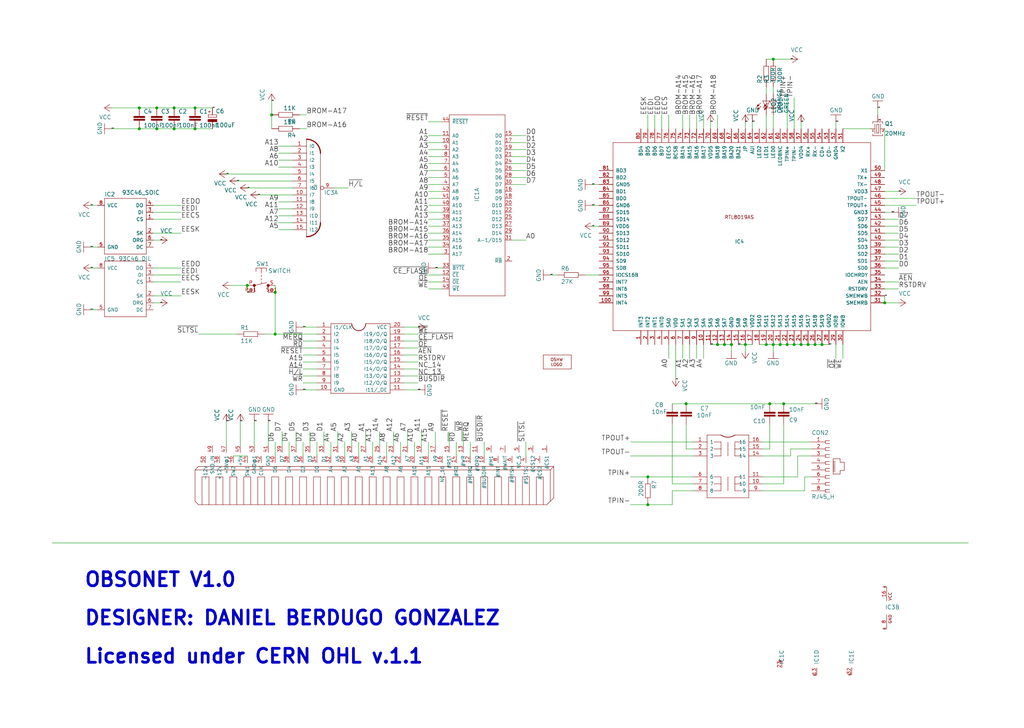
<source format=kicad_sch>
(kicad_sch (version 20230121) (generator eeschema)
  (paper "User" 373.405 265.582)
  (junction (at 90.17 104.14))
  (junction (at 261.62 125.73))
  (junction (at 297.18 125.73))
  (junction (at 236.22 173.99))
  (junction (at 322.58 110.49))
  (junction (at 281.94 21.59))
  (junction (at 280.67 147.32))
  (junction (at 284.48 125.73))
  (junction (at 50.8 39.37))
  (junction (at 279.4 125.73))
  (junction (at 57.15 39.37))
  (junction (at 285.75 147.32))
  (junction (at 264.16 125.73))
  (junction (at 266.7 125.73))
  (junction (at 50.8 46.99))
  (junction (at 100.33 106.68))
  (junction (at 289.56 125.73))
  (junction (at 63.5 39.37))
  (junction (at 250.19 147.32))
  (junction (at 71.12 46.99))
  (junction (at 99.06 41.91))
  (junction (at 57.15 46.99))
  (junction (at 281.94 125.73))
  (junction (at 100.33 121.92))
  (junction (at 299.72 125.73))
  (junction (at 71.12 39.37))
  (junction (at 294.64 125.73))
  (junction (at 271.78 125.73))
  (junction (at 236.22 184.15))
  (junction (at 292.1 125.73))
  (junction (at 63.5 46.99))
  (junction (at 287.02 125.73))
  (wire (pts (xy 148.59 162.56) (xy 148.59 157.48)))
  (wire (pts (xy 106.68 73.66) (xy 101.6 73.66)))
  (wire (pts (xy 135.89 166.37) (xy 135.89 161.29)))
  (wire (pts (xy 93.98 71.12) (xy 106.68 71.12)))
  (wire (pts (xy 245.11 184.15) (xy 236.22 184.15)))
  (wire (pts (xy 322.58 92.71) (xy 327.66 92.71)))
  (wire (pts (xy 236.22 173.99) (xy 229.87 173.99)))
  (wire (pts (xy 147.32 124.46) (xy 152.4 124.46)))
  (wire (pts (xy 123.19 162.56) (xy 123.19 157.48)))
  (wire (pts (xy 252.73 179.07) (xy 245.11 179.07)))
  (wire (pts (xy 153.67 162.56) (xy 153.67 157.48)))
  (wire (pts (xy 161.29 90.17) (xy 156.21 90.17)))
  (wire (pts (xy 259.08 125.73) (xy 261.62 125.73)))
  (wire (pts (xy 115.57 139.7) (xy 110.49 139.7)))
  (wire (pts (xy 33.02 74.93) (xy 35.56 74.93)))
  (wire (pts (xy 161.29 62.23) (xy 156.21 62.23)))
  (wire (pts (xy 322.58 102.87) (xy 327.66 102.87)))
  (wire (pts (xy 161.29 67.31) (xy 156.21 67.31)))
  (wire (pts (xy 115.57 166.37) (xy 115.57 161.29)))
  (wire (pts (xy 320.04 39.37) (xy 320.04 41.91)))
  (wire (pts (xy 186.69 49.53) (xy 191.77 49.53)))
  (wire (pts (xy 186.69 54.61) (xy 191.77 54.61)))
  (wire (pts (xy 58.42 110.49) (xy 55.88 110.49)))
  (wire (pts (xy 290.83 173.99) (xy 290.83 166.37)))
  (wire (pts (xy 261.62 125.73) (xy 264.16 125.73)))
  (wire (pts (xy 113.03 162.56) (xy 113.03 157.48)))
  (wire (pts (xy 246.38 138.43) (xy 246.38 125.73)))
  (wire (pts (xy 243.84 46.99) (xy 243.84 41.91)))
  (wire (pts (xy 280.67 147.32) (xy 250.19 147.32)))
  (wire (pts (xy 99.06 41.91) (xy 99.06 46.99)))
  (wire (pts (xy 322.58 107.95) (xy 322.58 110.49)))
  (wire (pts (xy 106.68 58.42) (xy 101.6 58.42)))
  (wire (pts (xy 218.44 100.33) (xy 213.36 100.33)))
  (wire (pts (xy 317.5 46.99) (xy 307.34 46.99)))
  (wire (pts (xy 248.92 125.73) (xy 248.92 130.81)))
  (wire (pts (xy 147.32 127) (xy 152.4 127)))
  (wire (pts (xy 245.11 176.53) (xy 252.73 176.53)))
  (wire (pts (xy 106.68 60.96) (xy 101.6 60.96)))
  (wire (pts (xy 115.57 124.46) (xy 110.49 124.46)))
  (wire (pts (xy 71.12 39.37) (xy 63.5 39.37)))
  (wire (pts (xy 161.29 82.55) (xy 156.21 82.55)))
  (wire (pts (xy 86.36 121.92) (xy 72.39 121.92)))
  (wire (pts (xy 50.8 46.99) (xy 57.15 46.99)))
  (wire (pts (xy 147.32 132.08) (xy 152.4 132.08)))
  (wire (pts (xy 245.11 154.94) (xy 245.11 176.53)))
  (wire (pts (xy 107.95 162.56) (xy 107.95 157.48)))
  (wire (pts (xy 252.73 161.29) (xy 229.87 161.29)))
  (wire (pts (xy 58.42 87.63) (xy 55.88 87.63)))
  (wire (pts (xy 284.48 125.73) (xy 281.94 125.73)))
  (wire (pts (xy 161.29 69.85) (xy 156.21 69.85)))
  (wire (pts (xy 215.9 82.55) (xy 218.44 82.55)))
  (wire (pts (xy 40.64 46.99) (xy 50.8 46.99)))
  (wire (pts (xy 250.19 154.94) (xy 250.19 163.83)))
  (wire (pts (xy 322.58 80.01) (xy 327.66 80.01)))
  (wire (pts (xy 236.22 46.99) (xy 236.22 41.91)))
  (wire (pts (xy 55.88 102.87) (xy 66.04 102.87)))
  (wire (pts (xy 55.88 107.95) (xy 66.04 107.95)))
  (wire (pts (xy 280.67 163.83) (xy 278.13 163.83)))
  (wire (pts (xy 271.78 125.73) (xy 274.32 125.73)))
  (wire (pts (xy 125.73 166.37) (xy 125.73 161.29)))
  (wire (pts (xy 304.8 44.45) (xy 304.8 46.99)))
  (wire (pts (xy 110.49 119.38) (xy 115.57 119.38)))
  (wire (pts (xy 278.13 166.37) (xy 288.29 166.37)))
  (wire (pts (xy 279.4 41.91) (xy 279.4 46.99)))
  (wire (pts (xy 279.4 125.73) (xy 276.86 125.73)))
  (wire (pts (xy 248.92 46.99) (xy 248.92 41.91)))
  (wire (pts (xy 264.16 125.73) (xy 266.7 125.73)))
  (wire (pts (xy 288.29 163.83) (xy 295.91 163.83)))
  (wire (pts (xy 290.83 166.37) (xy 295.91 166.37)))
  (wire (pts (xy 243.84 125.73) (xy 243.84 130.81)))
  (wire (pts (xy 147.32 121.92) (xy 152.4 121.92)))
  (wire (pts (xy 271.78 125.73) (xy 271.78 128.27)))
  (wire (pts (xy 280.67 154.94) (xy 280.67 163.83)))
  (wire (pts (xy 121.92 68.58) (xy 127 68.58)))
  (wire (pts (xy 63.5 39.37) (xy 57.15 39.37)))
  (wire (pts (xy 161.29 85.09) (xy 156.21 85.09)))
  (wire (pts (xy 100.33 121.92) (xy 100.33 106.68)))
  (wire (pts (xy 110.49 142.24) (xy 115.57 142.24)))
  (wire (pts (xy 92.71 153.67) (xy 92.71 162.56)))
  (wire (pts (xy 19.05 198.12) (xy 353.06 198.12)))
  (wire (pts (xy 186.69 64.77) (xy 191.77 64.77)))
  (wire (pts (xy 288.29 21.59) (xy 281.94 21.59)))
  (wire (pts (xy 281.94 125.73) (xy 279.4 125.73)))
  (wire (pts (xy 163.83 162.56) (xy 163.83 157.48)))
  (wire (pts (xy 307.34 125.73) (xy 307.34 130.81)))
  (wire (pts (xy 138.43 162.56) (xy 138.43 157.48)))
  (wire (pts (xy 293.37 179.07) (xy 293.37 173.99)))
  (wire (pts (xy 130.81 166.37) (xy 130.81 161.29)))
  (wire (pts (xy 322.58 90.17) (xy 327.66 90.17)))
  (wire (pts (xy 322.58 110.49) (xy 327.66 110.49)))
  (wire (pts (xy 146.05 166.37) (xy 146.05 161.29)))
  (wire (pts (xy 106.68 78.74) (xy 101.6 78.74)))
  (wire (pts (xy 161.29 102.87) (xy 156.21 102.87)))
  (wire (pts (xy 322.58 95.25) (xy 327.66 95.25)))
  (wire (pts (xy 128.27 162.56) (xy 128.27 157.48)))
  (wire (pts (xy 55.88 80.01) (xy 66.04 80.01)))
  (wire (pts (xy 274.32 44.45) (xy 274.32 46.99)))
  (wire (pts (xy 158.75 162.56) (xy 158.75 157.48)))
  (wire (pts (xy 86.36 66.04) (xy 106.68 66.04)))
  (wire (pts (xy 50.8 39.37) (xy 40.64 39.37)))
  (wire (pts (xy 322.58 85.09) (xy 327.66 85.09)))
  (wire (pts (xy 106.68 53.34) (xy 101.6 53.34)))
  (wire (pts (xy 55.88 97.79) (xy 66.04 97.79)))
  (wire (pts (xy 100.33 106.68) (xy 100.33 104.14)))
  (wire (pts (xy 87.63 153.67) (xy 87.63 162.56)))
  (wire (pts (xy 109.22 41.91) (xy 111.76 41.91)))
  (wire (pts (xy 171.45 166.37) (xy 171.45 161.29)))
  (wire (pts (xy 278.13 179.07) (xy 293.37 179.07)))
  (wire (pts (xy 285.75 154.94) (xy 285.75 176.53)))
  (wire (pts (xy 186.69 59.69) (xy 191.77 59.69)))
  (wire (pts (xy 256.54 125.73) (xy 256.54 130.81)))
  (wire (pts (xy 115.57 132.08) (xy 110.49 132.08)))
  (wire (pts (xy 55.88 85.09) (xy 66.04 85.09)))
  (wire (pts (xy 238.76 46.99) (xy 238.76 41.91)))
  (wire (pts (xy 304.8 125.73) (xy 304.8 130.81)))
  (wire (pts (xy 55.88 74.93) (xy 66.04 74.93)))
  (wire (pts (xy 161.29 105.41) (xy 156.21 105.41)))
  (wire (pts (xy 115.57 129.54) (xy 110.49 129.54)))
  (wire (pts (xy 322.58 74.93) (xy 334.01 74.93)))
  (wire (pts (xy 241.3 46.99) (xy 241.3 41.91)))
  (wire (pts (xy 236.22 184.15) (xy 229.87 184.15)))
  (wire (pts (xy 278.13 161.29) (xy 295.91 161.29)))
  (wire (pts (xy 55.88 100.33) (xy 66.04 100.33)))
  (wire (pts (xy 288.29 166.37) (xy 288.29 163.83)))
  (wire (pts (xy 115.57 137.16) (xy 110.49 137.16)))
  (wire (pts (xy 251.46 46.99) (xy 251.46 41.91)))
  (wire (pts (xy 90.17 68.58) (xy 106.68 68.58)))
  (wire (pts (xy 158.75 97.79) (xy 161.29 97.79)))
  (wire (pts (xy 278.13 173.99) (xy 290.83 173.99)))
  (wire (pts (xy 294.64 125.73) (xy 292.1 125.73)))
  (wire (pts (xy 33.02 113.03) (xy 35.56 113.03)))
  (wire (pts (xy 63.5 46.99) (xy 71.12 46.99)))
  (wire (pts (xy 161.29 80.01) (xy 156.21 80.01)))
  (wire (pts (xy 322.58 82.55) (xy 327.66 82.55)))
  (wire (pts (xy 254 125.73) (xy 254 130.81)))
  (wire (pts (xy 147.32 139.7) (xy 152.4 139.7)))
  (wire (pts (xy 266.7 125.73) (xy 266.7 128.27)))
  (wire (pts (xy 322.58 97.79) (xy 327.66 97.79)))
  (wire (pts (xy 97.79 153.67) (xy 97.79 162.56)))
  (wire (pts (xy 287.02 46.99) (xy 287.02 35.56)))
  (wire (pts (xy 299.72 125.73) (xy 297.18 125.73)))
  (wire (pts (xy 289.56 46.99) (xy 289.56 35.56)))
  (wire (pts (xy 186.69 57.15) (xy 191.77 57.15)))
  (wire (pts (xy 161.29 72.39) (xy 156.21 72.39)))
  (wire (pts (xy 261.62 46.99) (xy 261.62 41.91)))
  (wire (pts (xy 254 46.99) (xy 254 41.91)))
  (wire (pts (xy 191.77 166.37) (xy 191.77 161.29)))
  (wire (pts (xy 109.22 46.99) (xy 111.76 46.99)))
  (wire (pts (xy 269.24 125.73) (xy 271.78 125.73)))
  (wire (pts (xy 186.69 62.23) (xy 191.77 62.23)))
  (wire (pts (xy 156.21 166.37) (xy 156.21 161.29)))
  (wire (pts (xy 271.78 44.45) (xy 271.78 46.99)))
  (wire (pts (xy 106.68 76.2) (xy 101.6 76.2)))
  (wire (pts (xy 120.65 166.37) (xy 120.65 161.29)))
  (wire (pts (xy 105.41 166.37) (xy 105.41 161.29)))
  (wire (pts (xy 151.13 166.37) (xy 151.13 161.29)))
  (wire (pts (xy 161.29 100.33) (xy 156.21 100.33)))
  (wire (pts (xy 302.26 125.73) (xy 299.72 125.73)))
  (wire (pts (xy 200.66 100.33) (xy 203.2 100.33)))
  (wire (pts (xy 285.75 176.53) (xy 278.13 176.53)))
  (wire (pts (xy 115.57 121.92) (xy 100.33 121.92)))
  (wire (pts (xy 281.94 34.29) (xy 281.94 31.75)))
  (wire (pts (xy 176.53 166.37) (xy 176.53 161.29)))
  (wire (pts (xy 327.66 69.85) (xy 322.58 69.85)))
  (wire (pts (xy 143.51 162.56) (xy 143.51 157.48)))
  (wire (pts (xy 215.9 67.31) (xy 218.44 67.31)))
  (wire (pts (xy 186.69 52.07) (xy 191.77 52.07)))
  (wire (pts (xy 100.33 121.92) (xy 96.52 121.92)))
  (wire (pts (xy 106.68 83.82) (xy 101.6 83.82)))
  (wire (pts (xy 147.32 129.54) (xy 152.4 129.54)))
  (wire (pts (xy 168.91 162.56) (xy 168.91 157.48)))
  (wire (pts (xy 161.29 92.71) (xy 156.21 92.71)))
  (wire (pts (xy 133.35 162.56) (xy 133.35 157.48)))
  (wire (pts (xy 292.1 44.45) (xy 292.1 46.99)))
  (wire (pts (xy 147.32 134.62) (xy 152.4 134.62)))
  (wire (pts (xy 90.17 106.68) (xy 90.17 104.14)))
  (wire (pts (xy 152.4 142.24) (xy 147.32 142.24)))
  (wire (pts (xy 285.75 147.32) (xy 280.67 147.32)))
  (wire (pts (xy 256.54 46.99) (xy 256.54 41.91)))
  (wire (pts (xy 161.29 87.63) (xy 156.21 87.63)))
  (wire (pts (xy 161.29 52.07) (xy 156.21 52.07)))
  (wire (pts (xy 161.29 57.15) (xy 156.21 57.15)))
  (wire (pts (xy 251.46 125.73) (xy 251.46 130.81)))
  (wire (pts (xy 100.33 166.37) (xy 100.33 161.29)))
  (wire (pts (xy 147.32 137.16) (xy 152.4 137.16)))
  (wire (pts (xy 33.02 97.79) (xy 35.56 97.79)))
  (wire (pts (xy 99.06 36.83) (xy 99.06 41.91)))
  (wire (pts (xy 325.12 77.47) (xy 322.58 77.47)))
  (wire (pts (xy 252.73 166.37) (xy 229.87 166.37)))
  (wire (pts (xy 102.87 162.56) (xy 102.87 157.48)))
  (wire (pts (xy 161.29 77.47) (xy 156.21 77.47)))
  (wire (pts (xy 297.18 147.32) (xy 285.75 147.32)))
  (wire (pts (xy 152.4 119.38) (xy 147.32 119.38)))
  (wire (pts (xy 57.15 46.99) (xy 63.5 46.99)))
  (wire (pts (xy 250.19 147.32) (xy 245.11 147.32)))
  (wire (pts (xy 161.29 74.93) (xy 156.21 74.93)))
  (wire (pts (xy 57.15 39.37) (xy 50.8 39.37)))
  (wire (pts (xy 161.29 64.77) (xy 156.21 64.77)))
  (wire (pts (xy 33.02 90.17) (xy 35.56 90.17)))
  (wire (pts (xy 85.09 166.37) (xy 90.17 166.37)))
  (wire (pts (xy 90.17 104.14) (xy 83.82 104.14)))
  (wire (pts (xy 297.18 125.73) (xy 294.64 125.73)))
  (wire (pts (xy 215.9 74.93) (xy 218.44 74.93)))
  (wire (pts (xy 186.69 87.63) (xy 191.77 87.63)))
  (wire (pts (xy 110.49 166.37) (xy 110.49 161.29)))
  (wire (pts (xy 252.73 173.99) (xy 236.22 173.99)))
  (wire (pts (xy 281.94 41.91) (xy 281.94 46.99)))
  (wire (pts (xy 140.97 166.37) (xy 140.97 161.29)))
  (wire (pts (xy 106.68 81.28) (xy 101.6 81.28)))
  (wire (pts (xy 115.57 127) (xy 110.49 127)))
  (wire (pts (xy 245.11 179.07) (xy 245.11 184.15)))
  (wire (pts (xy 287.02 125.73) (xy 284.48 125.73)))
  (wire (pts (xy 322.58 46.99) (xy 322.58 62.23)))
  (wire (pts (xy 166.37 166.37) (xy 166.37 161.29)))
  (wire (pts (xy 289.56 125.73) (xy 287.02 125.73)))
  (wire (pts (xy 161.29 44.45) (xy 156.21 44.45)))
  (wire (pts (xy 293.37 173.99) (xy 295.91 173.99)))
  (wire (pts (xy 161.29 49.53) (xy 156.21 49.53)))
  (wire (pts (xy 322.58 105.41) (xy 327.66 105.41)))
  (wire (pts (xy 55.88 77.47) (xy 66.04 77.47)))
  (wire (pts (xy 161.29 54.61) (xy 156.21 54.61)))
  (wire (pts (xy 186.69 67.31) (xy 191.77 67.31)))
  (wire (pts (xy 82.55 63.5) (xy 106.68 63.5)))
  (wire (pts (xy 281.94 21.59) (xy 279.4 21.59)))
  (wire (pts (xy 259.08 44.45) (xy 259.08 46.99)))
  (wire (pts (xy 161.29 59.69) (xy 156.21 59.69)))
  (wire (pts (xy 292.1 125.73) (xy 289.56 125.73)))
  (wire (pts (xy 71.12 46.99) (xy 77.47 46.99)))
  (wire (pts (xy 322.58 72.39) (xy 334.01 72.39)))
  (wire (pts (xy 322.58 87.63) (xy 327.66 87.63)))
  (wire (pts (xy 281.94 125.73) (xy 281.94 128.27)))
  (wire (pts (xy 106.68 55.88) (xy 101.6 55.88)))
  (wire (pts (xy 77.47 39.37) (xy 71.12 39.37)))
  (wire (pts (xy 250.19 163.83) (xy 252.73 163.83)))
  (wire (pts (xy 118.11 162.56) (xy 118.11 157.48)))
  (wire (pts (xy 82.55 153.67) (xy 82.55 162.56)))
  (wire (pts (xy 115.57 134.62) (xy 110.49 134.62)))
  (wire (pts (xy 279.4 34.29) (xy 279.4 31.75)))
  (text "DESIGNER: DANIEL BERDUGO GONZALEZ" (at 30.48 228.6 0) (effects (font (size 5.08 5.08) (thickness 1.016) bold) (justify left bottom)))
  (text "OBSONET V1.0" (at 30.48 214.63 0) (effects (font (size 5.08 5.08) (thickness 1.016) bold) (justify left bottom)))
  (text "Licensed under CERN OHL v.1.1" (at 30.48 242.57 0) (effects (font (size 5.08 5.08) (thickness 1.016) bold) (justify left bottom)))
  (label "A0" (at 191.77 87.63 0) (effects (font (size 1.778 1.778))))
  (label "D0" (at 191.77 49.53 0) (effects (font (size 1.778 1.778))))
  (label "BROM-A17" (at 156.21 90.17 180) (effects (font (size 1.778 1.778))))
  (label "D5" (at 327.66 85.09 0) (effects (font (size 1.778 1.778))))
  (label "A1" (at 156.21 49.53 180) (effects (font (size 1.778 1.778))))
  (label "A11" (at 101.6 76.2 180) (effects (font (size 1.778 1.778))))
  (label "A2" (at 156.21 52.07 180) (effects (font (size 1.778 1.778))))
  (label "GND" (at 215.9 74.93 0) (effects (font (size 0.254 0.254))))
  (label "EEDO" (at 241.3 41.91 90) (effects (font (size 1.778 1.778))))
  (label "A0" (at 243.84 130.81 270) (effects (font (size 1.778 1.778))))
  (label "BROM-A14" (at 156.21 82.55 180) (effects (font (size 1.778 1.778))))
  (label "VCC" (at 82.55 63.5 0) (effects (font (size 0.254 0.254))))
  (label "A2" (at 125.73 161.29 90) (effects (font (size 1.778 1.778))))
  (label "EEDI" (at 66.04 100.33 0) (effects (font (size 1.778 1.778))))
  (label "A10" (at 151.13 161.29 90) (effects (font (size 1.778 1.778))))
  (label "D4" (at 105.41 161.29 90) (effects (font (size 1.778 1.778))))
  (label "GND" (at 158.75 97.79 0) (effects (font (size 0.254 0.254))))
  (label "D6" (at 191.77 64.77 0) (effects (font (size 1.778 1.778))))
  (label "TPIN+" (at 229.87 173.99 180) (effects (font (size 1.778 1.778))))
  (label "A13" (at 156.21 80.01 180) (effects (font (size 1.778 1.778))))
  (label "TPOUT-" (at 334.01 72.39 0) (effects (font (size 1.778 1.778))))
  (label "D2" (at 327.66 92.71 0) (effects (font (size 1.778 1.778))))
  (label "EEDI" (at 66.04 77.47 0) (effects (font (size 1.778 1.778))))
  (label "D0" (at 115.57 161.29 90) (effects (font (size 1.778 1.778))))
  (label "A1" (at 248.92 130.81 270) (effects (font (size 1.778 1.778))))
  (label "VCC" (at 33.02 97.79 0) (effects (font (size 0.254 0.254))))
  (label "A7" (at 101.6 78.74 180) (effects (font (size 1.778 1.778))))
  (label "A8" (at 101.6 55.88 180) (effects (font (size 1.778 1.778))))
  (label "VCC" (at 215.9 82.55 0) (effects (font (size 0.254 0.254))))
  (label "D7" (at 102.87 157.48 90) (effects (font (size 1.778 1.778))))
  (label "BROM-A18" (at 156.21 92.71 180) (effects (font (size 1.778 1.778))))
  (label "D5" (at 107.95 157.48 90) (effects (font (size 1.778 1.778))))
  (label "D7" (at 191.77 67.31 0) (effects (font (size 1.778 1.778))))
  (label "D3" (at 191.77 57.15 0) (effects (font (size 1.778 1.778))))
  (label "TPOUT+" (at 334.01 74.93 0) (effects (font (size 1.778 1.778))))
  (label "GND" (at 152.4 142.24 0) (effects (font (size 0.254 0.254))))
  (label "D5" (at 191.77 62.23 0) (effects (font (size 1.778 1.778))))
  (label "VCC" (at 152.4 119.38 0) (effects (font (size 0.254 0.254))))
  (label "D1" (at 191.77 52.07 0) (effects (font (size 1.778 1.778))))
  (label "VCC" (at 271.78 44.45 0) (effects (font (size 0.254 0.254))))
  (label "~{H/L}" (at 110.49 137.16 180) (effects (font (size 1.778 1.778))))
  (label "~{CE_FLASH}" (at 152.4 124.46 0) (effects (font (size 1.778 1.778))))
  (label "A3" (at 128.27 157.48 90) (effects (font (size 1.778 1.778))))
  (label "VCC" (at 90.17 68.58 0) (effects (font (size 0.254 0.254))))
  (label "~{CE_FLASH}" (at 156.21 100.33 180) (effects (font (size 1.778 1.778))))
  (label "D1" (at 327.66 95.25 0) (effects (font (size 1.778 1.778))))
  (label "~{RD}" (at 166.37 161.29 90) (effects (font (size 1.778 1.778))))
  (label "VCC" (at 58.42 110.49 0) (effects (font (size 0.254 0.254))))
  (label "~{OE}" (at 156.21 102.87 180) (effects (font (size 1.778 1.778))))
  (label "BROM-A16" (at 156.21 87.63 180) (effects (font (size 1.778 1.778))))
  (label "TPIN+" (at 287.02 35.56 90) (effects (font (size 1.778 1.778))))
  (label "A11" (at 156.21 74.93 180) (effects (font (size 1.778 1.778))))
  (label "~{OE}" (at 304.8 130.81 270) (effects (font (size 1.778 1.778))))
  (label "A6" (at 146.05 161.29 90) (effects (font (size 1.778 1.778))))
  (label "~{MERQ}" (at 110.49 124.46 180) (effects (font (size 1.778 1.778))))
  (label "D4" (at 191.77 59.69 0) (effects (font (size 1.778 1.778))))
  (label "BROM-A17" (at 111.76 41.91 0) (effects (font (size 1.778 1.778))))
  (label "VCC" (at 90.17 106.68 0) (effects (font (size 0.254 0.254))))
  (label "VCC" (at 82.55 153.67 0) (effects (font (size 0.254 0.254))))
  (label "~{WE}" (at 307.34 130.81 270) (effects (font (size 1.778 1.778))))
  (label "~{OE}" (at 152.4 127 0) (effects (font (size 1.778 1.778))))
  (label "A3" (at 156.21 54.61 180) (effects (font (size 1.778 1.778))))
  (label "D6" (at 327.66 82.55 0) (effects (font (size 1.778 1.778))))
  (label "TPOUT+" (at 229.87 161.29 180) (effects (font (size 1.778 1.778))))
  (label "A15" (at 156.21 161.29 90) (effects (font (size 1.778 1.778))))
  (label "EESK" (at 66.04 85.09 0) (effects (font (size 1.778 1.778))))
  (label "A8" (at 156.21 67.31 180) (effects (font (size 1.778 1.778))))
  (label "GND" (at 110.49 119.38 0) (effects (font (size 0.254 0.254))))
  (label "D6" (at 100.33 161.29 90) (effects (font (size 1.778 1.778))))
  (label "A8" (at 140.97 161.29 90) (effects (font (size 1.778 1.778))))
  (label "EEDO" (at 66.04 97.79 0) (effects (font (size 1.778 1.778))))
  (label "BROM-A15" (at 251.46 41.91 90) (effects (font (size 1.778 1.778))))
  (label "A14" (at 110.49 134.62 180) (effects (font (size 1.778 1.778))))
  (label "A12" (at 156.21 77.47 180) (effects (font (size 1.778 1.778))))
  (label "A13" (at 135.89 161.29 90) (effects (font (size 1.778 1.778))))
  (label "D7" (at 327.66 80.01 0) (effects (font (size 1.778 1.778))))
  (label "GND" (at 97.79 153.67 0) (effects (font (size 0.254 0.254))))
  (label "A4" (at 156.21 57.15 180) (effects (font (size 1.778 1.778))))
  (label "A10" (at 101.6 60.96 180) (effects (font (size 1.778 1.778))))
  (label "VCC" (at 77.47 39.37 0) (effects (font (size 0.254 0.254))))
  (label "BROM-A16" (at 254 41.91 90) (effects (font (size 1.778 1.778))))
  (label "D2" (at 110.49 161.29 90) (effects (font (size 1.778 1.778))))
  (label "D2" (at 191.77 54.61 0) (effects (font (size 1.778 1.778))))
  (label "VCC" (at 269.24 125.73 0) (effects (font (size 0.254 0.254))))
  (label "GND" (at 325.12 77.47 0) (effects (font (size 0.254 0.254))))
  (label "~{RESET}" (at 163.83 157.48 90) (effects (font (size 1.778 1.778))))
  (label "VCC" (at 93.98 71.12 0) (effects (font (size 0.254 0.254))))
  (label "GND" (at 297.18 147.32 0) (effects (font (size 0.254 0.254))))
  (label "D3" (at 113.03 157.48 90) (effects (font (size 1.778 1.778))))
  (label "EEDI" (at 238.76 41.91 90) (effects (font (size 1.778 1.778))))
  (label "RSTDRV" (at 152.4 132.08 0) (effects (font (size 1.778 1.778))))
  (label "VCC" (at 288.29 21.59 0) (effects (font (size 0.254 0.254))))
  (label "A1" (at 133.35 157.48 90) (effects (font (size 1.778 1.778))))
  (label "D3" (at 327.66 90.17 0) (effects (font (size 1.778 1.778))))
  (label "GND" (at 40.64 46.99 0) (effects (font (size 0.254 0.254))))
  (label "~{WR}" (at 110.49 139.7 180) (effects (font (size 1.778 1.778))))
  (label "~{SLTSL}" (at 72.39 121.92 180) (effects (font (size 1.778 1.778))))
  (label "VCC" (at 86.36 66.04 0) (effects (font (size 0.254 0.254))))
  (label "A3" (at 254 130.81 270) (effects (font (size 1.778 1.778))))
  (label "~{BUSDIR}" (at 152.4 139.7 0) (effects (font (size 1.778 1.778))))
  (label "A6" (at 101.6 58.42 180) (effects (font (size 1.778 1.778))))
  (label "NC_13" (at 152.4 137.16 0) (effects (font (size 1.778 1.778))))
  (label "BROM-A18" (at 261.62 41.91 90) (effects (font (size 1.778 1.778))))
  (label "TPIN-" (at 229.87 184.15 180) (effects (font (size 1.778 1.778))))
  (label "VCC" (at 259.08 44.45 0) (effects (font (size 0.254 0.254))))
  (label "A11" (at 153.67 157.48 90) (effects (font (size 1.778 1.778))))
  (label "GND" (at 200.66 100.33 0) (effects (font (size 0.254 0.254))))
  (label "A4" (at 256.54 130.81 270) (effects (font (size 1.778 1.778))))
  (label "~{AEN}" (at 152.4 129.54 0) (effects (font (size 1.778 1.778))))
  (label "A6" (at 156.21 62.23 180) (effects (font (size 1.778 1.778))))
  (label "EESK" (at 236.22 41.91 90) (effects (font (size 1.778 1.778))))
  (label "~{WR}" (at 168.91 157.48 90) (effects (font (size 1.778 1.778))))
  (label "GND" (at 259.08 125.73 0) (effects (font (size 0.254 0.254))))
  (label "TPOUT-" (at 229.87 166.37 180) (effects (font (size 1.778 1.778))))
  (label "A15" (at 110.49 132.08 180) (effects (font (size 1.778 1.778))))
  (label "~{RD}" (at 110.49 127 180) (effects (font (size 1.778 1.778))))
  (label "TPIN-" (at 289.56 35.56 90) (effects (font (size 1.778 1.778))))
  (label "VCC" (at 33.02 74.93 0) (effects (font (size 0.254 0.254))))
  (label "BROM-A15" (at 156.21 85.09 180) (effects (font (size 1.778 1.778))))
  (label "A2" (at 251.46 130.81 270) (effects (font (size 1.778 1.778))))
  (label "A12" (at 143.51 157.48 90) (effects (font (size 1.778 1.778))))
  (label "EECS" (at 243.84 41.91 90) (effects (font (size 1.778 1.778))))
  (label "A14" (at 138.43 157.48 90) (effects (font (size 1.778 1.778))))
  (label "~{BUSDIR}" (at 176.53 161.29 90) (effects (font (size 1.778 1.778))))
  (label "EEDO" (at 66.04 74.93 0) (effects (font (size 1.778 1.778))))
  (label "EECS" (at 66.04 80.01 0) (effects (font (size 1.778 1.778))))
  (label "A4" (at 120.65 161.29 90) (effects (font (size 1.778 1.778))))
  (label "~{RESET}" (at 156.21 44.45 180) (effects (font (size 1.778 1.778))))
  (label "GND" (at 33.02 113.03 0) (effects (font (size 0.254 0.254))))
  (label "~{SLTSL}" (at 191.77 161.29 90) (effects (font (size 1.778 1.778))))
  (label "VCC" (at 292.1 44.45 0) (effects (font (size 0.254 0.254))))
  (label "~{WE}" (at 152.4 121.92 0) (effects (font (size 1.778 1.778))))
  (label "EECS" (at 66.04 102.87 0) (effects (font (size 1.778 1.778))))
  (label "VCC" (at 246.38 138.43 0) (effects (font (size 0.254 0.254))))
  (label "A9" (at 156.21 69.85 180) (effects (font (size 1.778 1.778))))
  (label "RSTDRV" (at 327.66 105.41 0) (effects (font (size 1.778 1.778))))
  (label "GND" (at 304.8 44.45 0) (effects (font (size 0.254 0.254))))
  (label "A10" (at 156.21 72.39 180) (effects (font (size 1.778 1.778))))
  (label "VCC" (at 322.58 107.95 0) (effects (font (size 0.254 0.254))))
  (label "GND" (at 110.49 142.24 0) (effects (font (size 0.254 0.254))))
  (label "A5" (at 123.19 157.48 90) (effects (font (size 1.778 1.778))))
  (label "~{H/L}" (at 127 68.58 0) (effects (font (size 1.778 1.778))))
  (label "A7" (at 156.21 64.77 180) (effects (font (size 1.778 1.778))))
  (label "D0" (at 327.66 97.79 0) (effects (font (size 1.778 1.778))))
  (label "VCC" (at 58.42 87.63 0) (effects (font (size 0.254 0.254))))
  (label "GND" (at 33.02 90.17 0) (effects (font (size 0.254 0.254))))
  (label "GND" (at 302.26 125.73 0) (effects (font (size 0.254 0.254))))
  (label "~{AEN}" (at 327.66 102.87 0) (effects (font (size 1.778 1.778))))
  (label "A7" (at 148.59 157.48 90) (effects (font (size 1.778 1.778))))
  (label "EESK" (at 66.04 107.95 0) (effects (font (size 1.778 1.778))))
  (label "A13" (at 101.6 53.34 180) (effects (font (size 1.778 1.778))))
  (label "~{MERQ}" (at 171.45 161.29 90) (effects (font (size 1.778 1.778))))
  (label "~{RESET}" (at 110.49 129.54 180) (effects (font (size 1.778 1.778))))
  (label "BROM-A17" (at 256.54 41.91 90) (effects (font (size 1.778 1.778))))
  (label "D1" (at 118.11 157.48 90) (effects (font (size 1.778 1.778))))
  (label "A5" (at 156.21 59.69 180) (effects (font (size 1.778 1.778))))
  (label "BROM-A16" (at 111.76 46.99 0) (effects (font (size 1.778 1.778))))
  (label "VCC" (at 99.06 36.83 0) (effects (font (size 0.254 0.254))))
  (label "GND" (at 92.71 153.67 0) (effects (font (size 0.254 0.254))))
  (label "A5" (at 101.6 83.82 180) (effects (font (size 1.778 1.778))))
  (label "GND" (at 320.04 39.37 0) (effects (font (size 0.254 0.254))))
  (label "A9" (at 158.75 157.48 90) (effects (font (size 1.778 1.778))))
  (label "A12" (at 101.6 81.28 180) (effects (font (size 1.778 1.778))))
  (label "A0" (at 130.81 161.29 90) (effects (font (size 1.778 1.778))))
  (label "VCC" (at 327.66 69.85 0) (effects (font (size 0.254 0.254))))
  (label "A9" (at 101.6 73.66 180) (effects (font (size 1.778 1.778))))
  (label "BROM-A14" (at 248.92 41.91 90) (effects (font (size 1.778 1.778))))
  (label "VCC" (at 87.63 153.67 0) (effects (font (size 0.254 0.254))))
  (label "GND" (at 274.32 44.45 0) (effects (font (size 0.254 0.254))))
  (label "~{WE}" (at 156.21 105.41 180) (effects (font (size 1.778 1.778))))
  (label "NC_14" (at 152.4 134.62 0) (effects (font (size 1.778 1.778))))
  (label "D4" (at 327.66 87.63 0) (effects (font (size 1.778 1.778))))
  (label "GND" (at 215.9 67.31 0) (effects (font (size 0.254 0.254))))
  (global_label "VCC" (shape bidirectional) (at 285.115 241.173 180) (effects (font (size 0.254 0.254))) (property "Intersheetrefs" "${INTERSHEET_REFS}" (effects hide)))
  (global_label "GND" (shape bidirectional) (at 323.2912 229.3874 180) (effects (font (size 0.254 0.254))) (property "Intersheetrefs" "${INTERSHEET_REFS}" (effects hide)))
  (global_label "GND" (shape bidirectional) (at 310.5658 246.126 180) (effects (font (size 0.254 0.254))) (property "Intersheetrefs" "${INTERSHEET_REFS}" (effects hide)))
  (global_label "VCC" (shape bidirectional) (at 323.2912 214.1474 180) (effects (font (size 0.254 0.254))) (property "Intersheetrefs" "${INTERSHEET_REFS}" (effects hide)))
  (global_label "GND" (shape bidirectional) (at 297.8404 246.253 180) (effects (font (size 0.254 0.254))) (property "Intersheetrefs" "${INTERSHEET_REFS}" (effects hide)))
  (symbol (lib_id "obsonet_1-eagle-import:VCC") (at 87.63 68.58 90) (unit 1)
    (property "Reference" "#P+03" (effects hide))
    (property "Value" "VCC" (at 90.17 71.12 90) (effects (font (size 1.4986 1.4986)) (justify left bottom)))
  )
  (symbol (lib_id "obsonet_1-eagle-import:M29F400M") (at 173.99 74.93 0) (unit 1)
    (property "Reference" "IC1" (at 174.752 73.66 90) (effects (font (size 1.4986 1.4986)) (justify left bottom)))
    (property "Value" "M29F400M" (effects hide))
    (property "Footprint" "obsonet_1:SO44" (effects hide))
  )
  (symbol (lib_id "obsonet_1-eagle-import:20F001N") (at 265.43 170.18 0) (unit 1)
    (property "Reference" "TF1" (effects hide))
    (property "Value" "20F001N" (effects hide))
    (property "Footprint" "obsonet_1:DIL16_12" (effects hide))
  )
  (symbol (lib_id "obsonet_1-eagle-import:GND") (at 30.48 90.17 270) (unit 1)
    (property "Reference" "#GND017" (effects hide))
    (property "Value" "GND" (at 27.94 87.63 0) (effects (font (size 1.4986 1.4986)) (justify left bottom)))
  )
  (symbol (lib_id "obsonet_1-eagle-import:VCC") (at 30.48 74.93 90) (unit 1)
    (property "Reference" "#P+020" (effects hide))
    (property "Value" "VCC" (at 33.02 77.47 90) (effects (font (size 1.4986 1.4986)) (justify left bottom)))
  )
  (symbol (lib_id "obsonet_1-eagle-import:GND") (at 327.66 77.47 90) (mirror x) (unit 1)
    (property "Reference" "#GND014" (effects hide))
    (property "Value" "GND" (at 330.2 74.93 0) (effects (font (size 1.4986 1.4986)) (justify left bottom)))
  )
  (symbol (lib_id "obsonet_1-eagle-import:GND") (at 107.95 142.24 270) (unit 1)
    (property "Reference" "#GND02" (effects hide))
    (property "Value" "GND" (at 105.41 139.7 0) (effects (font (size 1.4986 1.4986)) (justify left bottom)))
  )
  (symbol (lib_id "obsonet_1-eagle-import:C-EUC1206K") (at 57.15 41.91 0) (unit 1)
    (property "Reference" "C3" (at 58.674 41.529 0) (effects (font (size 1.4986 1.4986)) (justify left bottom)))
    (property "Value" "100nF" (at 58.674 46.609 0) (effects (font (size 1.4986 1.4986)) (justify left bottom)))
    (property "Footprint" "obsonet_1:C1206K" (effects hide))
  )
  (symbol (lib_id "obsonet_1-eagle-import:GND") (at 304.8 41.91 180) (unit 1)
    (property "Reference" "#GND011" (effects hide))
    (property "Value" "GND" (at 307.34 39.37 0) (effects (font (size 1.4986 1.4986)) (justify left bottom)))
  )
  (symbol (lib_id "obsonet_1-eagle-import:VCC") (at 290.83 21.59 270) (unit 1)
    (property "Reference" "#P+018" (effects hide))
    (property "Value" "VCC" (at 288.29 19.05 90) (effects (font (size 1.4986 1.4986)) (justify left bottom)))
  )
  (symbol (lib_id "obsonet_1-eagle-import:GND") (at 299.72 147.32 90) (unit 1)
    (property "Reference" "#GND015" (effects hide))
    (property "Value" "GND" (at 302.26 149.86 0) (effects (font (size 1.4986 1.4986)) (justify left bottom)))
  )
  (symbol (lib_id "obsonet_1-eagle-import:VCC") (at 83.82 66.04 90) (unit 1)
    (property "Reference" "#P+02" (effects hide))
    (property "Value" "VCC" (at 86.36 68.58 90) (effects (font (size 1.4986 1.4986)) (justify left bottom)))
  )
  (symbol (lib_id "obsonet_1-eagle-import:VCC") (at 154.94 119.38 270) (unit 1)
    (property "Reference" "#P+05" (effects hide))
    (property "Value" "VCC" (at 152.4 116.84 90) (effects (font (size 1.4986 1.4986)) (justify left bottom)))
  )
  (symbol (lib_id "obsonet_1-eagle-import:R-EU_R1206") (at 208.28 100.33 0) (unit 1)
    (property "Reference" "R6" (at 204.47 98.8314 0) (effects (font (size 1.4986 1.4986)) (justify left bottom)))
    (property "Value" "27K" (at 204.47 103.632 0) (effects (font (size 1.4986 1.4986)) (justify left bottom)))
    (property "Footprint" "obsonet_1:R1206" (effects hide))
  )
  (symbol (lib_id "obsonet_1-eagle-import:C-EUC1206K") (at 50.8 41.91 0) (unit 1)
    (property "Reference" "C4" (at 52.324 41.529 0) (effects (font (size 1.4986 1.4986)) (justify left bottom)))
    (property "Value" "100nF" (at 52.324 46.609 0) (effects (font (size 1.4986 1.4986)) (justify left bottom)))
    (property "Footprint" "obsonet_1:C1206K" (effects hide))
  )
  (symbol (lib_id "obsonet_1-eagle-import:LED3MM") (at 281.94 36.83 0) (unit 1)
    (property "Reference" "LED1" (at 285.496 41.402 90) (effects (font (size 1.4986 1.4986)) (justify left bottom)))
    (property "Value" "GREEN" (at 287.655 41.402 90) (effects (font (size 1.4986 1.4986)) (justify left bottom)))
    (property "Footprint" "obsonet_1:LED3MM" (effects hide))
  )
  (symbol (lib_id "obsonet_1-eagle-import:C-EUC1206K") (at 71.12 41.91 0) (unit 1)
    (property "Reference" "C1" (at 72.644 41.529 0) (effects (font (size 1.4986 1.4986)) (justify left bottom)))
    (property "Value" "100nF" (at 72.644 46.609 0) (effects (font (size 1.4986 1.4986)) (justify left bottom)))
    (property "Footprint" "obsonet_1:C1206K" (effects hide))
  )
  (symbol (lib_id "obsonet_1-eagle-import:VCC") (at 330.2 110.49 270) (unit 1)
    (property "Reference" "#P+023" (effects hide))
    (property "Value" "VCC" (at 327.66 107.95 90) (effects (font (size 1.4986 1.4986)) (justify left bottom)))
  )
  (symbol (lib_id "obsonet_1-eagle-import:RTL8019AS") (at 269.24 87.63 0) (unit 1)
    (property "Reference" "IC4" (at 267.97 88.9 0) (effects (font (size 1.2954 1.2954)) (justify left bottom)))
    (property "Value" "RTL8019AS" (effects hide))
    (property "Footprint" "obsonet_1:RTL8019AS" (effects hide))
  )
  (symbol (lib_id "obsonet_1-eagle-import:VCC") (at 81.28 104.14 90) (unit 1)
    (property "Reference" "#P+016" (effects hide))
    (property "Value" "VCC" (at 83.82 106.68 90) (effects (font (size 1.4986 1.4986)) (justify left bottom)))
  )
  (symbol (lib_id "obsonet_1-eagle-import:GND") (at 198.12 100.33 270) (mirror x) (unit 1)
    (property "Reference" "#GND019" (effects hide))
    (property "Value" "GND" (at 195.58 102.87 0) (effects (font (size 1.4986 1.4986)) (justify left bottom)))
  )
  (symbol (lib_id "obsonet_1-eagle-import:HC49GW") (at 320.04 46.99 0) (unit 1)
    (property "Reference" "Q1" (at 322.58 45.974 0) (effects (font (size 1.4986 1.4986)) (justify left bottom)))
    (property "Value" "20MHz" (at 322.58 49.53 0) (effects (font (size 1.4986 1.4986)) (justify left bottom)))
    (property "Footprint" "obsonet_1:HC49GW" (effects hide))
  )
  (symbol (lib_id "obsonet_1-eagle-import:R-EU_R1206") (at 104.14 41.91 180) (unit 1)
    (property "Reference" "R5" (at 107.95 43.4086 0) (effects (font (size 1.4986 1.4986)) (justify left bottom)))
    (property "Value" "11K" (at 107.95 38.608 0) (effects (font (size 1.4986 1.4986)) (justify left bottom)))
    (property "Footprint" "obsonet_1:R1206" (effects hide))
  )
  (symbol (lib_id "obsonet_1-eagle-import:VCC") (at 271.78 130.81 180) (unit 1)
    (property "Reference" "#P+09" (effects hide))
    (property "Value" "VCC" (at 274.32 128.27 90) (effects (font (size 1.4986 1.4986)) (justify left bottom)))
  )
  (symbol (lib_id "obsonet_1-eagle-import:R-EU_R1206") (at 236.22 179.07 270) (unit 1)
    (property "Reference" "R7" (at 237.7186 175.26 0) (effects (font (size 1.4986 1.4986)) (justify left bottom)))
    (property "Value" "200R" (at 232.918 175.26 0) (effects (font (size 1.4986 1.4986)) (justify left bottom)))
    (property "Footprint" "obsonet_1:R1206" (effects hide))
  )
  (symbol (lib_id "obsonet_1-eagle-import:AT93CX6SOIC08") (at 45.72 82.55 0) (unit 1)
    (property "Reference" "IC2" (at 38.1 71.755 0) (effects (font (size 1.4986 1.4986)) (justify left bottom)))
    (property "Value" "93C46_SOIC" (at 44.45 71.12 0) (effects (font (size 1.4986 1.4986)) (justify left bottom)))
    (property "Footprint" "obsonet_1:SOIC8" (effects hide))
  )
  (symbol (lib_id "obsonet_1-eagle-import:C-EUC1206K") (at 63.5 41.91 0) (unit 1)
    (property "Reference" "C2" (at 65.024 41.529 0) (effects (font (size 1.4986 1.4986)) (justify left bottom)))
    (property "Value" "100nF" (at 65.024 46.609 0) (effects (font (size 1.4986 1.4986)) (justify left bottom)))
    (property "Footprint" "obsonet_1:C1206K" (effects hide))
  )
  (symbol (lib_id "obsonet_1-eagle-import:GND") (at 107.95 119.38 270) (unit 1)
    (property "Reference" "#GND03" (effects hide))
    (property "Value" "GND" (at 105.41 116.84 0) (effects (font (size 1.4986 1.4986)) (justify left bottom)))
  )
  (symbol (lib_id "obsonet_1-eagle-import:R-EU_R1206") (at 279.4 26.67 90) (unit 1)
    (property "Reference" "R2" (at 277.9014 30.48 0) (effects (font (size 1.4986 1.4986)) (justify left bottom)))
    (property "Value" "300R" (at 282.702 30.48 0) (effects (font (size 1.4986 1.4986)) (justify left bottom)))
    (property "Footprint" "obsonet_1:R1206" (effects hide))
  )
  (symbol (lib_id "obsonet_1-eagle-import:C-EU050-030X075") (at 280.67 152.4 180) (unit 1)
    (property "Reference" "C10" (at 279.146 152.781 0) (effects (font (size 1.4986 1.4986)) (justify left bottom)))
    (property "Value" "10nF" (at 279.146 147.701 0) (effects (font (size 1.4986 1.4986)) (justify left bottom)))
    (property "Footprint" "obsonet_1:C050-030X075" (effects hide))
  )
  (symbol (lib_id "obsonet_1-eagle-import:C-EU050-030X075") (at 250.19 149.86 0) (unit 1)
    (property "Reference" "C7" (at 255.27 149.86 0) (effects (font (size 1.4986 1.4986)) (justify left bottom)))
    (property "Value" "10nF" (at 254 152.4 0) (effects (font (size 1.4986 1.4986)) (justify left bottom)))
    (property "Footprint" "obsonet_1:C050-030X075" (effects hide))
  )
  (symbol (lib_id "obsonet_1-eagle-import:GND") (at 320.04 36.83 180) (unit 1)
    (property "Reference" "#GND010" (effects hide))
    (property "Value" "GND" (at 322.58 34.29 0) (effects (font (size 1.4986 1.4986)) (justify left bottom)))
  )
  (symbol (lib_id "obsonet_1-eagle-import:MSXCARTMSXCART") (at 138.43 176.53 0) (unit 1)
    (property "Reference" "CON1" (effects hide))
    (property "Value" "CART_BOARD" (effects hide))
    (property "Footprint" "obsonet_1:MSXCART" (effects hide))
  )
  (symbol (lib_id "obsonet_1-eagle-import:OSHW_LOGO_FILLX0500-NT") (at 203.2 132.08 0) (unit 1)
    (property "Reference" "LOGO1" (effects hide))
    (property "Value" "OSHW_LOGO_FILLX0500-NT" (effects hide))
    (property "Footprint" "obsonet_1:OSHW_FILLX500_NOTEXT" (effects hide))
  )
  (symbol (lib_id "obsonet_1-eagle-import:GND") (at 281.94 130.81 0) (unit 1)
    (property "Reference" "#GND09" (effects hide))
    (property "Value" "GND" (at 279.4 133.35 0) (effects (font (size 1.4986 1.4986)) (justify left bottom)))
  )
  (symbol (lib_id "obsonet_1-eagle-import:AT93CX6DIP8") (at 45.72 105.41 0) (unit 1)
    (property "Reference" "IC5" (at 38.1 95.25 0) (effects (font (size 1.4986 1.4986)) (justify left bottom)))
    (property "Value" "93C46_DIL" (at 43.18 95.25 0) (effects (font (size 1.4986 1.4986)) (justify left bottom)))
    (property "Footprint" "obsonet_1:DIP8" (effects hide))
  )
  (symbol (lib_id "obsonet_1-eagle-import:VCC") (at 246.38 140.97 180) (unit 1)
    (property "Reference" "#P+010" (effects hide))
    (property "Value" "VCC" (at 248.92 138.43 90) (effects (font (size 1.4986 1.4986)) (justify left bottom)))
  )
  (symbol (lib_id "obsonet_1-eagle-import:GND") (at 30.48 113.03 270) (unit 1)
    (property "Reference" "#GND016" (effects hide))
    (property "Value" "GND" (at 27.94 110.49 0) (effects (font (size 1.4986 1.4986)) (justify left bottom)))
  )
  (symbol (lib_id "obsonet_1-eagle-import:VCC") (at 330.2 69.85 270) (unit 1)
    (property "Reference" "#P+013" (effects hide))
    (property "Value" "VCC" (at 327.66 67.31 90) (effects (font (size 1.4986 1.4986)) (justify left bottom)))
  )
  (symbol (lib_id "obsonet_1-eagle-import:GND") (at 38.1 46.99 270) (unit 1)
    (property "Reference" "#GND07" (effects hide))
    (property "Value" "GND" (at 35.56 44.45 0) (effects (font (size 1.4986 1.4986)) (justify left bottom)))
  )
  (symbol (lib_id "obsonet_1-eagle-import:GND") (at 213.36 74.93 270) (mirror x) (unit 1)
    (property "Reference" "#GND013" (effects hide))
    (property "Value" "GND" (at 210.82 77.47 0) (effects (font (size 1.4986 1.4986)) (justify left bottom)))
  )
  (symbol (lib_id "obsonet_1-eagle-import:GND") (at 92.71 151.13 180) (unit 1)
    (property "Reference" "#GND06" (effects hide))
    (property "Value" "GND" (at 95.25 148.59 0) (effects (font (size 1.4986 1.4986)) (justify left bottom)))
  )
  (symbol (lib_id "obsonet_1-eagle-import:VCC") (at 30.48 97.79 90) (unit 1)
    (property "Reference" "#P+019" (effects hide))
    (property "Value" "VCC" (at 33.02 100.33 90) (effects (font (size 1.4986 1.4986)) (justify left bottom)))
  )
  (symbol (lib_id "obsonet_1-eagle-import:555153-1") (at 300.99 168.91 0) (unit 1)
    (property "Reference" "CON2" (at 295.91 158.75 0) (effects (font (size 1.4986 1.4986)) (justify left bottom)))
    (property "Value" "RJ45_H" (at 295.91 182.118 0) (effects (font (size 1.4986 1.4986)) (justify left bottom)))
    (property "Footprint" "obsonet_1:555153-1" (effects hide))
  )
  (symbol (lib_id "obsonet_1-eagle-import:C-EU050-030X075") (at 245.11 149.86 0) (unit 1)
    (property "Reference" "C8" (at 238.76 148.59 0) (effects (font (size 1.4986 1.4986)) (justify left bottom)))
    (property "Value" "10nF" (at 237.49 151.13 0) (effects (font (size 1.4986 1.4986)) (justify left bottom)))
    (property "Footprint" "obsonet_1:C050-030X075" (effects hide))
  )
  (symbol (lib_id "obsonet_1-eagle-import:GND") (at 213.36 67.31 270) (mirror x) (unit 1)
    (property "Reference" "#GND012" (effects hide))
    (property "Value" "GND" (at 210.82 69.85 0) (effects (font (size 1.4986 1.4986)) (justify left bottom)))
  )
  (symbol (lib_id "obsonet_1-eagle-import:LED3MM") (at 279.4 36.83 0) (unit 1)
    (property "Reference" "LED2" (at 282.956 41.402 90) (effects (font (size 1.4986 1.4986)) (justify left bottom)))
    (property "Value" "ORANGE" (at 285.115 41.402 90) (effects (font (size 1.4986 1.4986)) (justify left bottom)))
    (property "Footprint" "obsonet_1:LED3MM" (effects hide))
  )
  (symbol (lib_id "obsonet_1-eagle-import:VCC") (at 91.44 71.12 90) (unit 1)
    (property "Reference" "#P+04" (effects hide))
    (property "Value" "VCC" (at 93.98 73.66 90) (effects (font (size 1.4986 1.4986)) (justify left bottom)))
  )
  (symbol (lib_id "obsonet_1-eagle-import:VCC") (at 213.36 82.55 90) (unit 1)
    (property "Reference" "#P+014" (effects hide))
    (property "Value" "VCC" (at 215.9 85.09 90) (effects (font (size 1.4986 1.4986)) (justify left bottom)))
  )
  (symbol (lib_id "obsonet_1-eagle-import:VCC") (at 60.96 87.63 270) (unit 1)
    (property "Reference" "#P+021" (effects hide))
    (property "Value" "VCC" (at 58.42 85.09 90) (effects (font (size 1.4986 1.4986)) (justify left bottom)))
  )
  (symbol (lib_id "obsonet_1-eagle-import:VCC") (at 87.63 151.13 0) (unit 1)
    (property "Reference" "#P+06" (effects hide))
    (property "Value" "VCC" (at 85.09 153.67 90) (effects (font (size 1.4986 1.4986)) (justify left bottom)))
  )
  (symbol (lib_id "obsonet_1-eagle-import:VCC") (at 38.1 39.37 90) (unit 1)
    (property "Reference" "#P+08" (effects hide))
    (property "Value" "VCC" (at 40.64 41.91 90) (effects (font (size 1.4986 1.4986)) (justify left bottom)))
  )
  (symbol (lib_id "obsonet_1-eagle-import:VCC") (at 82.55 151.13 0) (unit 1)
    (property "Reference" "#P+07" (effects hide))
    (property "Value" "VCC" (at 80.01 153.67 90) (effects (font (size 1.4986 1.4986)) (justify left bottom)))
  )
  (symbol (lib_id "obsonet_1-eagle-import:M29F400M") (at 285.115 243.713 0) (unit 3)
    (property "Reference" "IC1" (at 285.877 242.443 90) (effects (font (size 1.4986 1.4986)) (justify left bottom)))
    (property "Value" "M29F400M" (effects hide))
    (property "Footprint" "obsonet_1:SO44" (effects hide))
  )
  (symbol (lib_id "obsonet_1-eagle-import:M29F400M") (at 297.8404 243.713 0) (unit 4)
    (property "Reference" "IC1" (at 298.6024 242.443 90) (effects (font (size 1.4986 1.4986)) (justify left bottom)))
    (property "Value" "M29F400M" (effects hide))
    (property "Footprint" "obsonet_1:SO44" (effects hide))
  )
  (symbol (lib_id "obsonet_1-eagle-import:M29F400M") (at 310.5658 243.586 0) (unit 5)
    (property "Reference" "IC1" (at 311.3278 242.316 90) (effects (font (size 1.4986 1.4986)) (justify left bottom)))
    (property "Value" "M29F400M" (effects hide))
    (property "Footprint" "obsonet_1:SO44" (effects hide))
  )
  (symbol (lib_id "obsonet_1-eagle-import:VCC") (at 80.01 63.5 90) (unit 1)
    (property "Reference" "#P+01" (effects hide))
    (property "Value" "VCC" (at 82.55 66.04 90) (effects (font (size 1.4986 1.4986)) (justify left bottom)))
  )
  (symbol (lib_id "obsonet_1-eagle-import:R-EU_R1206") (at 104.14 46.99 180) (unit 1)
    (property "Reference" "R4" (at 107.95 48.4886 0) (effects (font (size 1.4986 1.4986)) (justify left bottom)))
    (property "Value" "11K" (at 107.95 43.688 0) (effects (font (size 1.4986 1.4986)) (justify left bottom)))
    (property "Footprint" "obsonet_1:R1206" (effects hide))
  )
  (symbol (lib_id "obsonet_1-eagle-import:MICROPULSADOR_6X6") (at 95.25 104.14 270) (unit 1)
    (property "Reference" "SW1" (at 93.345 97.155 90) (effects (font (size 1.4986 1.4986)) (justify left bottom)))
    (property "Value" "SWITCH" (at 97.79 99.695 90) (effects (font (size 1.4986 1.4986)) (justify left bottom)))
    (property "Footprint" "obsonet_1:MICROPULSADOR_6X6" (effects hide))
  )
  (symbol (lib_id "obsonet_1-eagle-import:R-EU_R1206") (at 281.94 26.67 90) (unit 1)
    (property "Reference" "R3" (at 280.4414 30.48 0) (effects (font (size 1.4986 1.4986)) (justify left bottom)))
    (property "Value" "300R" (at 285.242 30.48 0) (effects (font (size 1.4986 1.4986)) (justify left bottom)))
    (property "Footprint" "obsonet_1:R1206" (effects hide))
  )
  (symbol (lib_id "obsonet_1-eagle-import:GND") (at 274.32 41.91 180) (unit 1)
    (property "Reference" "#GND04" (effects hide))
    (property "Value" "GND" (at 276.86 39.37 0) (effects (font (size 1.4986 1.4986)) (justify left bottom)))
  )
  (symbol (lib_id "obsonet_1-eagle-import:GAL16V8D") (at 130.81 130.81 0) (unit 1)
    (property "Reference" "IC6" (effects hide))
    (property "Value" "GAL16V8D" (effects hide))
    (property "Footprint" "obsonet_1:DIL20_SQUARE_1.5MM" (effects hide))
  )
  (symbol (lib_id "obsonet_1-eagle-import:CPOL-EUE2.5-5") (at 77.47 41.91 0) (unit 1)
    (property "Reference" "C6" (at 78.613 41.4274 0) (effects (font (size 1.4986 1.4986)) (justify left bottom)))
    (property "Value" "100uF" (at 78.613 46.5074 0) (effects (font (size 1.4986 1.4986)) (justify left bottom)))
    (property "Footprint" "obsonet_1:E2,5-5" (effects hide))
  )
  (symbol (lib_id "obsonet_1-eagle-import:GND") (at 154.94 142.24 90) (unit 1)
    (property "Reference" "#GND01" (effects hide))
    (property "Value" "GND" (at 157.48 144.78 0) (effects (font (size 1.4986 1.4986)) (justify left bottom)))
  )
  (symbol (lib_id "obsonet_1-eagle-import:VCC") (at 60.96 110.49 270) (unit 1)
    (property "Reference" "#P+022" (effects hide))
    (property "Value" "VCC" (at 58.42 107.95 90) (effects (font (size 1.4986 1.4986)) (justify left bottom)))
  )
  (symbol (lib_id "obsonet_1-eagle-import:GND") (at 266.7 130.81 0) (unit 1)
    (property "Reference" "#GND08" (effects hide))
    (property "Value" "GND" (at 264.16 133.35 0) (effects (font (size 1.4986 1.4986)) (justify left bottom)))
  )
  (symbol (lib_id "obsonet_1-eagle-import:GND") (at 156.21 97.79 270) (mirror x) (unit 1)
    (property "Reference" "#GND018" (effects hide))
    (property "Value" "GND" (at 153.67 100.33 0) (effects (font (size 1.4986 1.4986)) (justify left bottom)))
  )
  (symbol (lib_id "obsonet_1-eagle-import:C-EU050-030X075") (at 285.75 152.4 180) (unit 1)
    (property "Reference" "C9" (at 290.83 152.4 0) (effects (font (size 1.4986 1.4986)) (justify left bottom)))
    (property "Value" "10nF" (at 293.37 148.59 0) (effects (font (size 1.4986 1.4986)) (justify left bottom)))
    (property "Footprint" "obsonet_1:C050-030X075" (effects hide))
  )
  (symbol (lib_id "obsonet_1-eagle-import:VCC") (at 259.08 41.91 0) (unit 1)
    (property "Reference" "#P+012" (effects hide))
    (property "Value" "VCC" (at 256.54 44.45 90) (effects (font (size 1.4986 1.4986)) (justify left bottom)))
  )
  (symbol (lib_id "obsonet_1-eagle-import:VCC") (at 292.1 41.91 0) (unit 1)
    (property "Reference" "#P+015" (effects hide))
    (property "Value" "VCC" (at 289.56 44.45 90) (effects (font (size 1.4986 1.4986)) (justify left bottom)))
  )
  (symbol (lib_id "obsonet_1-eagle-import:VCC") (at 271.78 41.91 0) (unit 1)
    (property "Reference" "#P+017" (effects hide))
    (property "Value" "VCC" (at 269.24 44.45 90) (effects (font (size 1.4986 1.4986)) (justify left bottom)))
  )
  (symbol (lib_id "obsonet_1-eagle-import:74133DIP") (at 114.3 68.58 0) (unit 1)
    (property "Reference" "IC3" (at 118.11 71.12 0) (effects (font (size 1.4986 1.4986)) (justify left bottom)))
    (property "Value" "74HC133" (effects hide))
    (property "Footprint" "obsonet_1:DIP16" (effects hide))
  )
  (symbol (lib_id "obsonet_1-eagle-import:74133DIP") (at 323.2912 221.7674 0) (unit 2)
    (property "Reference" "IC3" (at 322.6562 222.4024 0) (effects (font (size 1.4986 1.4986)) (justify left bottom)))
    (property "Value" "74HC133" (effects hide))
    (property "Footprint" "obsonet_1:DIP16" (effects hide))
  )
  (symbol (lib_id "obsonet_1-eagle-import:R-EU_R1206") (at 91.44 121.92 0) (unit 1)
    (property "Reference" "R1" (at 87.63 120.4214 0) (effects (font (size 1.4986 1.4986)) (justify left bottom)))
    (property "Value" "11K" (at 87.63 125.222 0) (effects (font (size 1.4986 1.4986)) (justify left bottom)))
    (property "Footprint" "obsonet_1:R1206" (effects hide))
  )
  (symbol (lib_id "obsonet_1-eagle-import:GND") (at 97.79 151.13 180) (unit 1)
    (property "Reference" "#GND05" (effects hide))
    (property "Value" "GND" (at 100.33 148.59 0) (effects (font (size 1.4986 1.4986)) (justify left bottom)))
  )
  (symbol (lib_id "obsonet_1-eagle-import:VCC") (at 99.06 34.29 0) (unit 1)
    (property "Reference" "#P+011" (effects hide))
    (property "Value" "VCC" (at 96.52 36.83 90) (effects (font (size 1.4986 1.4986)) (justify left bottom)))
  )
)
</source>
